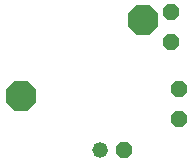
<source format=gbr>
G04 EAGLE Gerber X2 export*
%TF.Part,Single*%
%TF.FileFunction,Copper,L1,Top,Mixed*%
%TF.FilePolarity,Positive*%
%TF.GenerationSoftware,Autodesk,EAGLE,8.6.3*%
%TF.CreationDate,2018-02-24T21:50:36Z*%
G75*
%MOMM*%
%FSLAX34Y34*%
%LPD*%
%AMOC8*
5,1,8,0,0,1.08239X$1,22.5*%
G01*
%ADD10P,1.429621X8X22.500000*%
%ADD11C,1.320800*%
%ADD12P,2.749271X8X22.500000*%
%ADD13P,1.429621X8X292.500000*%
%ADD14P,1.429621X8X112.500000*%


D10*
X11888Y-46424D03*
D11*
X-8432Y-46424D03*
D12*
X27644Y63672D03*
D13*
X58688Y4960D03*
X58688Y-20440D03*
D14*
X51457Y44833D03*
X51457Y70233D03*
D12*
X-75504Y-1268D03*
M02*

</source>
